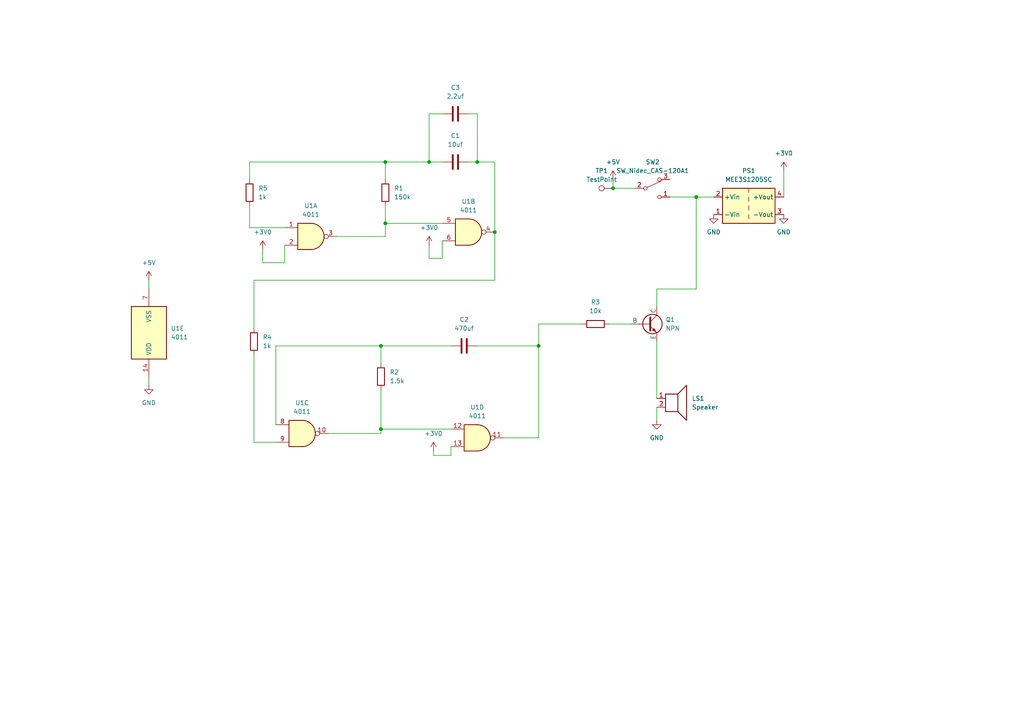
<source format=kicad_sch>
(kicad_sch (version 20230121) (generator eeschema)
  (paper "A4")
  (lib_symbols
    (symbol "4xxx:4011" (pin_names (offset 1.016))
      (property "Reference" "U" (at 0 1.27 0))
      (property "Value" "4011" (at 0 -1.27 0))
      (symbol "4011_1_1"
        (arc (start 0 -3.81) (mid 3.7934 0) (end 0 3.81) (stroke (width 0.254)) (fill (type background)))
        (polyline (pts (xy 0 3.81) (xy -3.81 3.81) (xy -3.81 -3.81) (xy 0 -3.81)) (stroke (width 0.254)) (fill (type background)))
        (pin input line (at -7.62 2.54 0) (length 3.81) (name "~") (number "1"))
        (pin input line (at -7.62 -2.54 0) (length 3.81) (name "~") (number "2"))
        (pin output inverted (at 7.62 0 180) (length 3.81) (name "~") (number "3"))
      )
      (symbol "4011_1_2"
        (arc (start -3.81 -3.81) (mid -2.589 0) (end -3.81 3.81) (stroke (width 0.254)))
        (arc (start -0.6096 -3.81) (mid 2.1842 -2.5851) (end 3.81 0) (stroke (width 0.254)) (fill (type background)))
        (polyline (pts (xy -3.81 -3.81) (xy -0.635 -3.81)) (stroke (width 0.254)) (fill (type background)))
        (polyline (pts (xy -3.81 3.81) (xy -0.635 3.81)) (stroke (width 0.254)) (fill (type background)))
        (polyline (pts (xy -0.635 3.81) (xy -3.81 3.81) (xy -3.81 3.81) (xy -3.556 3.4036) (xy -3.0226 2.2606) (xy -2.6924 1.0414) (xy -2.6162 -0.254) (xy -2.7686 -1.4986) (xy -3.175 -2.7178) (xy -3.81 -3.81) (xy -3.81 -3.81) (xy -0.635 -3.81)) (stroke (width -25.4)) (fill (type background)))
        (arc (start 3.81 0) (mid 2.1915 2.5936) (end -0.6096 3.81) (stroke (width 0.254)) (fill (type background)))
        (pin input inverted (at -7.62 2.54 0) (length 4.318) (name "~") (number "1"))
        (pin input inverted (at -7.62 -2.54 0) (length 4.318) (name "~") (number "2"))
        (pin output line (at 7.62 0 180) (length 3.81) (name "~") (number "3"))
      )
      (symbol "4011_2_1"
        (arc (start 0 -3.81) (mid 3.7934 0) (end 0 3.81) (stroke (width 0.254)) (fill (type background)))
        (polyline (pts (xy 0 3.81) (xy -3.81 3.81) (xy -3.81 -3.81) (xy 0 -3.81)) (stroke (width 0.254)) (fill (type background)))
        (pin output inverted (at 7.62 0 180) (length 3.81) (name "~") (number "4"))
        (pin input line (at -7.62 2.54 0) (length 3.81) (name "~") (number "5"))
        (pin input line (at -7.62 -2.54 0) (length 3.81) (name "~") (number "6"))
      )
      (symbol "4011_2_2"
        (arc (start -3.81 -3.81) (mid -2.589 0) (end -3.81 3.81) (stroke (width 0.254)))
        (arc (start -0.6096 -3.81) (mid 2.1842 -2.5851) (end 3.81 0) (stroke (width 0.254)) (fill (type background)))
        (polyline (pts (xy -3.81 -3.81) (xy -0.635 -3.81)) (stroke (width 0.254)) (fill (type background)))
        (polyline (pts (xy -3.81 3.81) (xy -0.635 3.81)) (stroke (width 0.254)) (fill (type background)))
        (polyline (pts (xy -0.635 3.81) (xy -3.81 3.81) (xy -3.81 3.81) (xy -3.556 3.4036) (xy -3.0226 2.2606) (xy -2.6924 1.0414) (xy -2.6162 -0.254) (xy -2.7686 -1.4986) (xy -3.175 -2.7178) (xy -3.81 -3.81) (xy -3.81 -3.81) (xy -0.635 -3.81)) (stroke (width -25.4)) (fill (type background)))
        (arc (start 3.81 0) (mid 2.1915 2.5936) (end -0.6096 3.81) (stroke (width 0.254)) (fill (type background)))
        (pin output line (at 7.62 0 180) (length 3.81) (name "~") (number "4"))
        (pin input inverted (at -7.62 2.54 0) (length 4.318) (name "~") (number "5"))
        (pin input inverted (at -7.62 -2.54 0) (length 4.318) (name "~") (number "6"))
      )
      (symbol "4011_3_1"
        (arc (start 0 -3.81) (mid 3.7934 0) (end 0 3.81) (stroke (width 0.254)) (fill (type background)))
        (polyline (pts (xy 0 3.81) (xy -3.81 3.81) (xy -3.81 -3.81) (xy 0 -3.81)) (stroke (width 0.254)) (fill (type background)))
        (pin output inverted (at 7.62 0 180) (length 3.81) (name "~") (number "10"))
        (pin input line (at -7.62 2.54 0) (length 3.81) (name "~") (number "8"))
        (pin input line (at -7.62 -2.54 0) (length 3.81) (name "~") (number "9"))
      )
      (symbol "4011_3_2"
        (arc (start -3.81 -3.81) (mid -2.589 0) (end -3.81 3.81) (stroke (width 0.254)))
        (arc (start -0.6096 -3.81) (mid 2.1842 -2.5851) (end 3.81 0) (stroke (width 0.254)) (fill (type background)))
        (polyline (pts (xy -3.81 -3.81) (xy -0.635 -3.81)) (stroke (width 0.254)) (fill (type background)))
        (polyline (pts (xy -3.81 3.81) (xy -0.635 3.81)) (stroke (width 0.254)) (fill (type background)))
        (polyline (pts (xy -0.635 3.81) (xy -3.81 3.81) (xy -3.81 3.81) (xy -3.556 3.4036) (xy -3.0226 2.2606) (xy -2.6924 1.0414) (xy -2.6162 -0.254) (xy -2.7686 -1.4986) (xy -3.175 -2.7178) (xy -3.81 -3.81) (xy -3.81 -3.81) (xy -0.635 -3.81)) (stroke (width -25.4)) (fill (type background)))
        (arc (start 3.81 0) (mid 2.1915 2.5936) (end -0.6096 3.81) (stroke (width 0.254)) (fill (type background)))
        (pin output line (at 7.62 0 180) (length 3.81) (name "~") (number "10"))
        (pin input inverted (at -7.62 2.54 0) (length 4.318) (name "~") (number "8"))
        (pin input inverted (at -7.62 -2.54 0) (length 4.318) (name "~") (number "9"))
      )
      (symbol "4011_4_1"
        (arc (start 0 -3.81) (mid 3.7934 0) (end 0 3.81) (stroke (width 0.254)) (fill (type background)))
        (polyline (pts (xy 0 3.81) (xy -3.81 3.81) (xy -3.81 -3.81) (xy 0 -3.81)) (stroke (width 0.254)) (fill (type background)))
        (pin output inverted (at 7.62 0 180) (length 3.81) (name "~") (number "11"))
        (pin input line (at -7.62 2.54 0) (length 3.81) (name "~") (number "12"))
        (pin input line (at -7.62 -2.54 0) (length 3.81) (name "~") (number "13"))
      )
      (symbol "4011_4_2"
        (arc (start -3.81 -3.81) (mid -2.589 0) (end -3.81 3.81) (stroke (width 0.254)))
        (arc (start -0.6096 -3.81) (mid 2.1842 -2.5851) (end 3.81 0) (stroke (width 0.254)) (fill (type background)))
        (polyline (pts (xy -3.81 -3.81) (xy -0.635 -3.81)) (stroke (width 0.254)) (fill (type background)))
        (polyline (pts (xy -3.81 3.81) (xy -0.635 3.81)) (stroke (width 0.254)) (fill (type background)))
        (polyline (pts (xy -0.635 3.81) (xy -3.81 3.81) (xy -3.81 3.81) (xy -3.556 3.4036) (xy -3.0226 2.2606) (xy -2.6924 1.0414) (xy -2.6162 -0.254) (xy -2.7686 -1.4986) (xy -3.175 -2.7178) (xy -3.81 -3.81) (xy -3.81 -3.81) (xy -0.635 -3.81)) (stroke (width -25.4)) (fill (type background)))
        (arc (start 3.81 0) (mid 2.1915 2.5936) (end -0.6096 3.81) (stroke (width 0.254)) (fill (type background)))
        (pin output line (at 7.62 0 180) (length 3.81) (name "~") (number "11"))
        (pin input inverted (at -7.62 2.54 0) (length 4.318) (name "~") (number "12"))
        (pin input inverted (at -7.62 -2.54 0) (length 4.318) (name "~") (number "13"))
      )
      (symbol "4011_5_0"
        (pin power_in line (at 0 12.7 270) (length 5.08) (name "VDD") (number "14"))
        (pin power_in line (at 0 -12.7 90) (length 5.08) (name "VSS") (number "7"))
      )
      (symbol "4011_5_1"
        (rectangle (start -5.08 7.62) (end 5.08 -7.62) (stroke (width 0.254)) (fill (type background)))
      )
    )
    (symbol "Connector:TestPoint" (pin_numbers hide) (pin_names (offset 0.762) hide)
      (property "Reference" "TP" (at 0 6.858 0))
      (property "Value" "TestPoint" (at 0 5.08 0))
      (symbol "TestPoint_0_1"
        (circle (center 0 3.302) (radius 0.762))
      )
      (symbol "TestPoint_1_1"
        (pin passive line (at 0 0 90) (length 2.54) (name "1") (number "1"))
      )
    )
    (symbol "Converter_DCDC:MEE3S1205SC"
      (property "Reference" "PS" (at -7.62 6.35 0))
      (property "Value" "MEE3S1205SC" (at 1.27 6.35 0))
      (symbol "MEE3S1205SC_0_0"
        (pin power_in line (at -10.16 -2.54 0) (length 2.54) (name "-Vin") (number "1"))
        (pin power_in line (at -10.16 2.54 0) (length 2.54) (name "+Vin") (number "2"))
        (pin power_out line (at 10.16 -2.54 180) (length 2.54) (name "-Vout") (number "3"))
        (pin power_out line (at 10.16 2.54 180) (length 2.54) (name "+Vout") (number "4"))
      )
      (symbol "MEE3S1205SC_0_1"
        (rectangle (start -7.62 5.08) (end 7.62 -5.08) (stroke (width 0.254)) (fill (type background)))
        (polyline (pts (xy 0 -2.54) (xy 0 -3.81)))
        (polyline (pts (xy 0 0) (xy 0 -1.27)))
        (polyline (pts (xy 0 2.54) (xy 0 1.27)))
        (polyline (pts (xy 0 5.08) (xy 0 3.81)))
      )
    )
    (symbol "Device:C" (pin_numbers hide) (pin_names (offset 0.254))
      (property "Reference" "C" (at 0.635 2.54 0))
      (property "Value" "C" (at 0.635 -2.54 0))
      (symbol "C_0_1"
        (polyline (pts (xy -2.032 -0.762) (xy 2.032 -0.762)) (stroke (width 0.508)))
        (polyline (pts (xy -2.032 0.762) (xy 2.032 0.762)) (stroke (width 0.508)))
      )
      (symbol "C_1_1"
        (pin passive line (at 0 3.81 270) (length 2.794) (name "~") (number "1"))
        (pin passive line (at 0 -3.81 90) (length 2.794) (name "~") (number "2"))
      )
    )
    (symbol "Device:R" (pin_numbers hide) (pin_names (offset 0))
      (property "Reference" "R" (at 2.032 0 90))
      (property "Value" "R" (at 0 0 90))
      (symbol "R_0_1"
        (rectangle (start -1.016 -2.54) (end 1.016 2.54) (stroke (width 0.254)))
      )
      (symbol "R_1_1"
        (pin passive line (at 0 3.81 270) (length 1.27) (name "~") (number "1"))
        (pin passive line (at 0 -3.81 90) (length 1.27) (name "~") (number "2"))
      )
    )
    (symbol "Device:Speaker" (pin_names (offset 0) hide)
      (property "Reference" "LS" (at 1.27 5.715 0))
      (property "Value" "Speaker" (at 1.27 3.81 0))
      (symbol "Speaker_0_0"
        (rectangle (start -2.54 1.27) (end 1.016 -3.81) (stroke (width 0.254)))
        (polyline (pts (xy 1.016 1.27) (xy 3.556 3.81) (xy 3.556 -6.35) (xy 1.016 -3.81)) (stroke (width 0.254)))
      )
      (symbol "Speaker_1_1"
        (pin input line (at -5.08 0 0) (length 2.54) (name "1") (number "1"))
        (pin input line (at -5.08 -2.54 0) (length 2.54) (name "2") (number "2"))
      )
    )
    (symbol "Simulation_SPICE:NPN" (pin_numbers hide) (pin_names (offset 0))
      (property "Reference" "Q" (at -2.54 7.62 0))
      (property "Value" "NPN" (at -2.54 5.08 0))
      (symbol "NPN_0_1"
        (polyline (pts (xy -2.54 0) (xy 0.635 0)) (stroke (width 0.1524)))
        (polyline (pts (xy 0.635 0.635) (xy 2.54 2.54)))
        (polyline (pts (xy 2.794 -1.27) (xy 2.794 -1.27)) (stroke (width 0.1524)))
        (polyline (pts (xy 2.794 -1.27) (xy 2.794 -1.27)) (stroke (width 0.1524)))
        (polyline (pts (xy 0.635 -0.635) (xy 2.54 -2.54) (xy 2.54 -2.54)))
        (polyline (pts (xy 0.635 1.905) (xy 0.635 -1.905) (xy 0.635 -1.905)) (stroke (width 0.508)))
        (polyline (pts (xy 1.27 -1.778) (xy 1.778 -1.27) (xy 2.286 -2.286) (xy 1.27 -1.778) (xy 1.27 -1.778)) (fill (type outline)))
        (circle (center 1.27 0) (radius 2.8194) (stroke (width 0.254)))
      )
      (symbol "NPN_1_1"
        (pin open_collector line (at 2.54 5.08 270) (length 2.54) (name "C") (number "1"))
        (pin input line (at -5.08 0 0) (length 2.54) (name "B") (number "2"))
        (pin open_emitter line (at 2.54 -5.08 90) (length 2.54) (name "E") (number "3"))
      )
    )
    (symbol "Switch:SW_Nidec_CAS-120A1" (pin_names (offset 1) hide)
      (property "Reference" "SW" (at 0 4.318 0))
      (property "Value" "SW_Nidec_CAS-120A1" (at 0 -5.08 0))
      (symbol "SW_Nidec_CAS-120A1_0_0"
        (circle (center -2.032 0) (radius 0.508))
        (circle (center 2.032 -2.54) (radius 0.508))
      )
      (symbol "SW_Nidec_CAS-120A1_0_1"
        (polyline (pts (xy -1.524 0.254) (xy 2.667 2.159)))
        (circle (center 2.032 2.54) (radius 0.508))
      )
      (symbol "SW_Nidec_CAS-120A1_1_1"
        (pin passive line (at 5.08 -2.54 180) (length 2.54) (name "C") (number "1"))
        (pin passive line (at -5.08 0 0) (length 2.54) (name "B") (number "2"))
        (pin passive line (at 5.08 2.54 180) (length 2.54) (name "A") (number "3"))
      )
    )
    (symbol "power:+3V0" (power) (pin_names (offset 0))
      (property "Value" "+3V0" (at 0 3.556 0))
      (symbol "+3V0_0_1"
        (polyline (pts (xy -0.762 1.27) (xy 0 2.54)))
        (polyline (pts (xy 0 0) (xy 0 2.54)))
        (polyline (pts (xy 0 2.54) (xy 0.762 1.27)))
      )
      (symbol "+3V0_1_1"
        (pin power_in line (at 0 0 90) (length 0) hide (name "+3V0") (number "1"))
      )
    )
    (symbol "power:+5V" (power) (pin_names (offset 0))
      (property "Value" "+5V" (at 0 3.556 0))
      (symbol "+5V_0_1"
        (polyline (pts (xy -0.762 1.27) (xy 0 2.54)))
        (polyline (pts (xy 0 0) (xy 0 2.54)))
        (polyline (pts (xy 0 2.54) (xy 0.762 1.27)))
      )
      (symbol "+5V_1_1"
        (pin power_in line (at 0 0 90) (length 0) hide (name "+5V") (number "1"))
      )
    )
    (symbol "power:GND" (power) (pin_names (offset 0))
      (property "Value" "GND" (at 0 -3.81 0))
      (symbol "GND_0_1"
        (polyline (pts (xy 0 0) (xy 0 -1.27) (xy 1.27 -1.27) (xy 0 -2.54) (xy -1.27 -1.27) (xy 0 -1.27)))
      )
      (symbol "GND_1_1"
        (pin power_in line (at 0 0 270) (length 0) hide (name "GND") (number "1"))
      )
    )
  )
  (junction (at 138.43 46.99))
  (junction (at 111.76 46.99))
  (junction (at 111.76 64.77))
  (junction (at 110.49 124.46))
  (junction (at 110.49 100.33))
  (junction (at 124.46 46.99))
  (junction (at 201.93 57.15))
  (junction (at 143.51 67.31))
  (junction (at 156.21 100.33))
  (junction (at 177.8 54.61))
  (wire (pts (xy 80.01 100.33) (xy 110.49 100.33)))
  (wire (pts (xy 72.39 46.99) (xy 111.76 46.99)))
  (wire (pts (xy 227.33 49.53) (xy 227.33 57.15)))
  (wire (pts (xy 190.5 83.82) (xy 190.5 88.9)))
  (wire (pts (xy 177.8 52.07) (xy 177.8 54.61)))
  (wire (pts (xy 73.66 95.25) (xy 73.66 81.28)))
  (wire (pts (xy 190.5 118.11) (xy 190.5 121.92)))
  (wire (pts (xy 111.76 64.77) (xy 111.76 68.58)))
  (wire (pts (xy 177.8 54.61) (xy 184.15 54.61)))
  (wire (pts (xy 156.21 93.98) (xy 156.21 100.33)))
  (wire (pts (xy 130.81 132.08) (xy 130.81 129.54)))
  (wire (pts (xy 190.5 83.82) (xy 201.93 83.82)))
  (wire (pts (xy 128.27 74.93) (xy 124.46 74.93)))
  (wire (pts (xy 73.66 81.28) (xy 143.51 81.28)))
  (wire (pts (xy 194.31 57.15) (xy 201.93 57.15)))
  (wire (pts (xy 168.91 93.98) (xy 156.21 93.98)))
  (wire (pts (xy 128.27 64.77) (xy 111.76 64.77)))
  (wire (pts (xy 138.43 100.33) (xy 156.21 100.33)))
  (wire (pts (xy 156.21 100.33) (xy 156.21 127)))
  (wire (pts (xy 125.73 132.08) (xy 130.81 132.08)))
  (wire (pts (xy 143.51 81.28) (xy 143.51 67.31)))
  (wire (pts (xy 135.89 33.02) (xy 138.43 33.02)))
  (wire (pts (xy 128.27 69.85) (xy 128.27 74.93)))
  (wire (pts (xy 128.27 33.02) (xy 124.46 33.02)))
  (wire (pts (xy 138.43 33.02) (xy 138.43 46.99)))
  (wire (pts (xy 135.89 46.99) (xy 138.43 46.99)))
  (wire (pts (xy 110.49 113.03) (xy 110.49 124.46)))
  (wire (pts (xy 72.39 46.99) (xy 72.39 52.07)))
  (wire (pts (xy 82.55 76.2) (xy 82.55 71.12)))
  (wire (pts (xy 130.81 124.46) (xy 110.49 124.46)))
  (wire (pts (xy 176.53 93.98) (xy 182.88 93.98)))
  (wire (pts (xy 95.25 125.73) (xy 110.49 125.73)))
  (wire (pts (xy 124.46 33.02) (xy 124.46 46.99)))
  (wire (pts (xy 156.21 127) (xy 146.05 127)))
  (wire (pts (xy 125.73 130.81) (xy 125.73 132.08)))
  (wire (pts (xy 73.66 128.27) (xy 73.66 102.87)))
  (wire (pts (xy 111.76 52.07) (xy 111.76 46.99)))
  (wire (pts (xy 190.5 99.06) (xy 190.5 115.57)))
  (wire (pts (xy 124.46 71.12) (xy 124.46 74.93)))
  (wire (pts (xy 72.39 66.04) (xy 82.55 66.04)))
  (wire (pts (xy 110.49 105.41) (xy 110.49 100.33)))
  (wire (pts (xy 110.49 100.33) (xy 130.81 100.33)))
  (wire (pts (xy 97.79 68.58) (xy 111.76 68.58)))
  (wire (pts (xy 111.76 59.69) (xy 111.76 64.77)))
  (wire (pts (xy 110.49 124.46) (xy 110.49 125.73)))
  (wire (pts (xy 111.76 46.99) (xy 124.46 46.99)))
  (wire (pts (xy 124.46 46.99) (xy 128.27 46.99)))
  (wire (pts (xy 138.43 46.99) (xy 143.51 46.99)))
  (wire (pts (xy 201.93 83.82) (xy 201.93 57.15)))
  (wire (pts (xy 80.01 123.19) (xy 80.01 100.33)))
  (wire (pts (xy 43.18 109.22) (xy 43.18 111.76)))
  (wire (pts (xy 76.2 76.2) (xy 82.55 76.2)))
  (wire (pts (xy 73.66 128.27) (xy 80.01 128.27)))
  (wire (pts (xy 43.18 81.28) (xy 43.18 83.82)))
  (wire (pts (xy 201.93 57.15) (xy 207.01 57.15)))
  (wire (pts (xy 76.2 72.39) (xy 76.2 76.2)))
  (wire (pts (xy 72.39 59.69) (xy 72.39 66.04)))
  (wire (pts (xy 143.51 67.31) (xy 143.51 46.99)))
  (symbol (lib_id "Device:Speaker") (at 195.58 115.57 0) (unit 1)
    (property "Reference" "LS1" (at 200.66 115.57 0) (effects (justify left)))
    (property "Value" "Speaker" (at 200.66 118.11 0) (effects (justify left)))
    (property "Footprint" "Package_TO_SOT_THT:TO-5-2" (effects hide))
  )
  (symbol (lib_id "Connector:TestPoint") (at 177.8 54.61 90) (unit 1)
    (property "Reference" "TP1" (at 174.498 49.53 90))
    (property "Value" "TestPoint" (at 174.498 52.07 90))
    (property "Footprint" "Connector_PinSocket_2.54mm:PinSocket_1x01_P2.54mm_Vertical" (effects hide))
  )
  (symbol (lib_id "Switch:SW_Nidec_CAS-120A1") (at 189.23 54.61 0) (unit 1)
    (property "Reference" "SW2" (at 189.2935 46.99 0))
    (property "Value" "SW_Nidec_CAS-120A1" (at 189.2935 49.53 0))
    (property "Footprint" "Connector_PinSocket_2.54mm:PinSocket_1x03_P2.54mm_Vertical" (effects hide))
    (property "Datasheet" "https://www.nidec-components.com/e/catalog/switch/cas.pdf" (effects hide))
  )
  (symbol (lib_id "power:+3V0") (at 76.2 72.39 0) (unit 1)
    (property "Reference" "#PWR05" (effects hide))
    (property "Value" "+3V0" (at 76.2 67.31 0))
  )
  (symbol (lib_id "4xxx:4011") (at 138.43 127 0) (unit 4)
    (property "Reference" "U1" (at 138.4217 118.11 0))
    (property "Value" "4011" (at 138.4217 120.65 0))
    (property "Footprint" "Package_DIP:DIP-14_W7.62mm" (effects hide))
    (property "Datasheet" "http://www.intersil.com/content/dam/Intersil/documents/cd40/cd4011bms-12bms-23bms.pdf" (effects hide))
  )
  (symbol (lib_id "power:+5V") (at 177.8 52.07 0) (unit 1)
    (property "Reference" "#PWR09" (effects hide))
    (property "Value" "+5V" (at 177.8 46.99 0))
  )
  (symbol (lib_id "4xxx:4011") (at 87.63 125.73 0) (unit 3)
    (property "Reference" "U1" (at 87.6217 116.84 0))
    (property "Value" "4011" (at 87.6217 119.38 0))
    (property "Footprint" "Package_DIP:DIP-14_W7.62mm" (effects hide))
    (property "Datasheet" "http://www.intersil.com/content/dam/Intersil/documents/cd40/cd4011bms-12bms-23bms.pdf" (effects hide))
  )
  (symbol (lib_id "power:+3V0") (at 124.46 71.12 0) (unit 1)
    (property "Reference" "#PWR06" (effects hide))
    (property "Value" "+3V0" (at 124.46 66.04 0))
  )
  (symbol (lib_id "4xxx:4011") (at 43.18 96.52 180) (unit 5)
    (property "Reference" "U1" (at 49.53 95.25 0) (effects (justify right)))
    (property "Value" "4011" (at 49.53 97.79 0) (effects (justify right)))
    (property "Footprint" "Package_DIP:DIP-14_W7.62mm" (effects hide))
    (property "Datasheet" "http://www.intersil.com/content/dam/Intersil/documents/cd40/cd4011bms-12bms-23bms.pdf" (effects hide))
  )
  (symbol (lib_id "power:+3V0") (at 227.33 49.53 0) (unit 1)
    (property "Reference" "#PWR03" (effects hide))
    (property "Value" "+3V0" (at 227.33 44.45 0))
  )
  (symbol (lib_id "Device:R") (at 111.76 55.88 0) (unit 1)
    (property "Reference" "R1" (at 114.3 54.61 0) (effects (justify left)))
    (property "Value" "150k" (at 114.3 57.15 0) (effects (justify left)))
    (property "Footprint" "Resistor_THT:R_Axial_DIN0414_L11.9mm_D4.5mm_P5.08mm_Vertical" (effects hide))
  )
  (symbol (lib_id "4xxx:4011") (at 90.17 68.58 0) (unit 1)
    (property "Reference" "U1" (at 90.1617 59.69 0))
    (property "Value" "4011" (at 90.1617 62.23 0))
    (property "Footprint" "Package_DIP:DIP-14_W7.62mm" (effects hide))
    (property "Datasheet" "http://www.intersil.com/content/dam/Intersil/documents/cd40/cd4011bms-12bms-23bms.pdf" (effects hide))
  )
  (symbol (lib_id "power:+3V0") (at 125.73 130.81 0) (unit 1)
    (property "Reference" "#PWR07" (effects hide))
    (property "Value" "+3V0" (at 125.73 125.73 0))
  )
  (symbol (lib_id "power:+5V") (at 43.18 81.28 0) (unit 1)
    (property "Reference" "#PWR04" (effects hide))
    (property "Value" "+5V" (at 43.18 76.2 0))
  )
  (symbol (lib_id "Device:R") (at 110.49 109.22 0) (unit 1)
    (property "Reference" "R2" (at 113.03 107.95 0) (effects (justify left)))
    (property "Value" "1.5k" (at 113.03 110.49 0) (effects (justify left)))
    (property "Footprint" "Resistor_THT:R_Axial_DIN0414_L11.9mm_D4.5mm_P15.24mm_Horizontal" (effects hide))
  )
  (symbol (lib_id "Device:R") (at 172.72 93.98 270) (unit 1)
    (property "Reference" "R3" (at 172.72 87.63 90))
    (property "Value" "10k" (at 172.72 90.17 90))
    (property "Footprint" "Resistor_THT:R_Axial_DIN0414_L11.9mm_D4.5mm_P15.24mm_Horizontal" (effects hide))
  )
  (symbol (lib_id "power:GND") (at 207.01 62.23 0) (unit 1)
    (property "Reference" "#PWR010" (effects hide))
    (property "Value" "GND" (at 207.01 67.31 0))
  )
  (symbol (lib_id "Device:C") (at 134.62 100.33 270) (unit 1)
    (property "Reference" "C2" (at 134.62 92.71 90))
    (property "Value" "470uf" (at 134.62 95.25 90))
    (property "Footprint" "Capacitor_THT:CP_Radial_D10.0mm_P5.00mm" (effects hide))
  )
  (symbol (lib_id "Simulation_SPICE:NPN") (at 187.96 93.98 0) (unit 1)
    (property "Reference" "Q1" (at 193.04 92.71 0) (effects (justify left)))
    (property "Value" "NPN" (at 193.04 95.25 0) (effects (justify left)))
    (property "Footprint" "Package_TO_SOT_THT:TO-126-3_Vertical" (effects hide))
    (property "Sim.Device" "NPN" (effects hide))
    (property "Sim.Type" "GUMMELPOON" (effects hide))
    (property "Sim.Pins" "1=C 2=B 3=E" (effects hide))
  )
  (symbol (lib_id "Device:C") (at 132.08 46.99 270) (unit 1)
    (property "Reference" "C1" (at 132.08 39.37 90))
    (property "Value" "10uf" (at 132.08 41.91 90))
    (property "Footprint" "Capacitor_THT:CP_Radial_D6.3mm_P2.50mm" (effects hide))
  )
  (symbol (lib_id "Device:R") (at 72.39 55.88 0) (unit 1)
    (property "Reference" "R5" (at 74.93 54.61 0) (effects (justify left)))
    (property "Value" "1k" (at 74.93 57.15 0) (effects (justify left)))
  )
  (symbol (lib_id "power:GND") (at 43.18 111.76 0) (unit 1)
    (property "Reference" "#PWR02" (effects hide))
    (property "Value" "GND" (at 43.18 116.84 0))
  )
  (symbol (lib_id "power:GND") (at 190.5 121.92 0) (unit 1)
    (property "Reference" "#PWR01" (effects hide))
    (property "Value" "GND" (at 190.5 127 0))
  )
  (symbol (lib_id "4xxx:4011") (at 135.89 67.31 0) (unit 2)
    (property "Reference" "U1" (at 135.8817 58.42 0))
    (property "Value" "4011" (at 135.8817 60.96 0))
    (property "Footprint" "Package_DIP:DIP-14_W7.62mm" (effects hide))
    (property "Datasheet" "http://www.intersil.com/content/dam/Intersil/documents/cd40/cd4011bms-12bms-23bms.pdf" (effects hide))
  )
  (symbol (lib_id "Converter_DCDC:MEE3S1205SC") (at 217.17 59.69 0) (unit 1)
    (property "Reference" "PS1" (at 217.17 49.53 0))
    (property "Value" "MEE3S1205SC" (at 217.17 52.07 0))
    (property "Footprint" "Converter_DCDC:Converter_DCDC_Murata_MEE3SxxxxSC_THT" (effects hide))
    (property "Datasheet" "https://power.murata.com/pub/data/power/ncl/kdc_mee3.pdf" (effects hide))
  )
  (symbol (lib_id "Device:R") (at 73.66 99.06 0) (unit 1)
    (property "Reference" "R4" (at 76.2 97.79 0) (effects (justify left)))
    (property "Value" "1k" (at 76.2 100.33 0) (effects (justify left)))
  )
  (symbol (lib_id "Device:C") (at 132.08 33.02 270) (unit 1)
    (property "Reference" "C3" (at 132.08 25.4 90))
    (property "Value" "2.2uf" (at 132.08 27.94 90))
    (property "Footprint" "Capacitor_THT:CP_Radial_D5.0mm_P2.00mm" (effects hide))
  )
  (symbol (lib_id "power:GND") (at 227.33 62.23 0) (unit 1)
    (property "Reference" "#PWR011" (effects hide))
    (property "Value" "GND" (at 227.33 67.31 0))
  )
)
</source>
